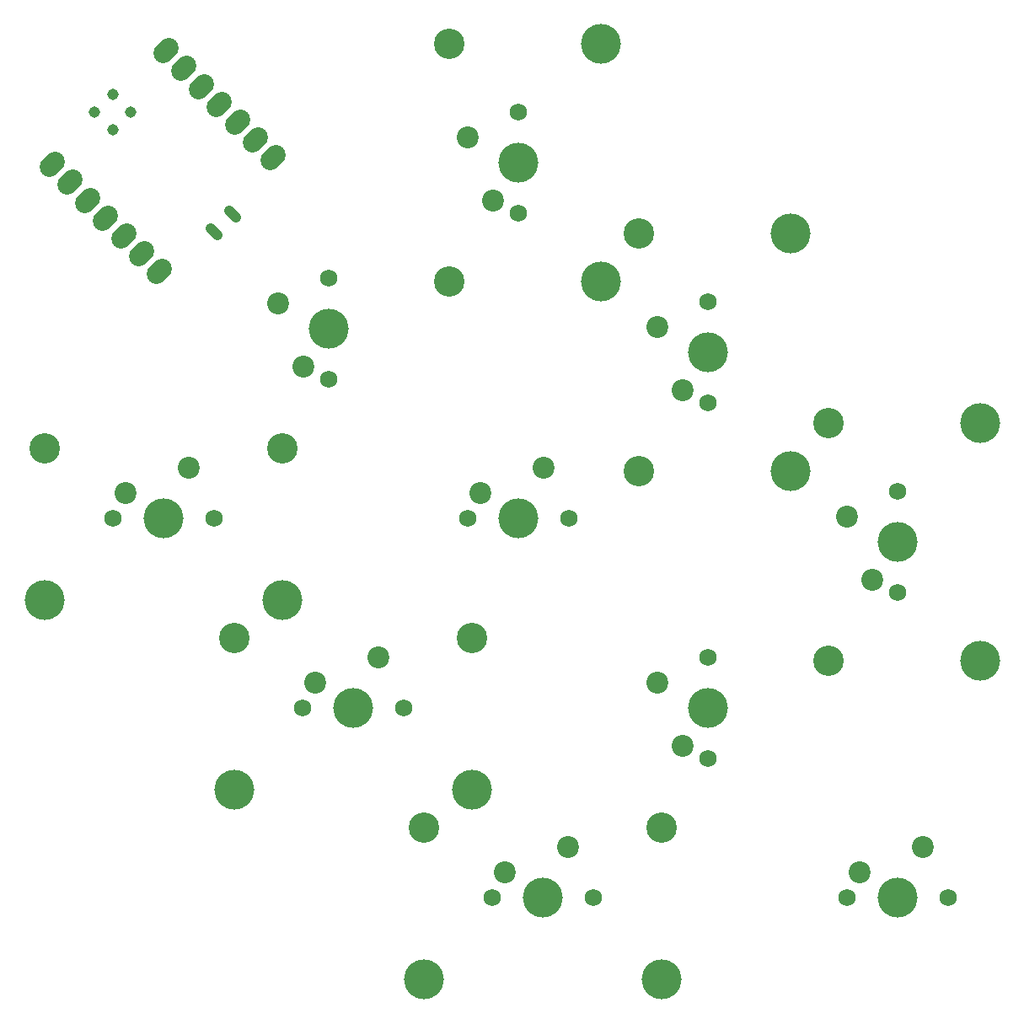
<source format=gbr>
%TF.GenerationSoftware,KiCad,Pcbnew,(6.0.1)*%
%TF.CreationDate,2022-02-09T22:22:52-05:00*%
%TF.ProjectId,herringbone_macro_pad,68657272-696e-4676-926f-6e655f6d6163,rev?*%
%TF.SameCoordinates,Original*%
%TF.FileFunction,Soldermask,Bot*%
%TF.FilePolarity,Negative*%
%FSLAX46Y46*%
G04 Gerber Fmt 4.6, Leading zero omitted, Abs format (unit mm)*
G04 Created by KiCad (PCBNEW (6.0.1)) date 2022-02-09 22:22:52*
%MOMM*%
%LPD*%
G01*
G04 APERTURE LIST*
G04 Aperture macros list*
%AMHorizOval*
0 Thick line with rounded ends*
0 $1 width*
0 $2 $3 position (X,Y) of the first rounded end (center of the circle)*
0 $4 $5 position (X,Y) of the second rounded end (center of the circle)*
0 Add line between two ends*
20,1,$1,$2,$3,$4,$5,0*
0 Add two circle primitives to create the rounded ends*
1,1,$1,$2,$3*
1,1,$1,$4,$5*%
G04 Aperture macros list end*
%ADD10HorizOval,1.998980X-0.264918X-0.264918X0.264918X0.264918X0*%
%ADD11HorizOval,1.016000X-0.359210X0.359210X0.359210X-0.359210X0*%
%ADD12C,1.143000*%
%ADD13C,1.750000*%
%ADD14C,4.000000*%
%ADD15C,3.050000*%
%ADD16C,2.200000*%
G04 APERTURE END LIST*
D10*
%TO.C,U1*%
X126472855Y-45878877D03*
X128268906Y-47674929D03*
X130064957Y-49470980D03*
X131861008Y-51267031D03*
X133657060Y-53063082D03*
X135453111Y-54859134D03*
X137249162Y-56655185D03*
X125819092Y-68085255D03*
X124023041Y-66289204D03*
X122226990Y-64493152D03*
X120430938Y-62697101D03*
X118634887Y-60901050D03*
X116838836Y-59104999D03*
X115042785Y-57308947D03*
D11*
X133155679Y-62272936D03*
X131352556Y-64076058D03*
D12*
X121132749Y-50248314D03*
X119336698Y-52044365D03*
X122928800Y-52044365D03*
X121132749Y-53840416D03*
%TD*%
D13*
%TO.C,SW9*%
X200025000Y-90170056D03*
D14*
X208265000Y-83312056D03*
D15*
X193025000Y-107188056D03*
D14*
X208265000Y-107188056D03*
D13*
X200025000Y-100330056D03*
D15*
X193025000Y-83312056D03*
D14*
X200025000Y-95250056D03*
D16*
X197485000Y-99060056D03*
X194945000Y-92710056D03*
%TD*%
D13*
%TO.C,SW8*%
X180975000Y-106838806D03*
D14*
X180975000Y-111918806D03*
D13*
X180975000Y-116998806D03*
D16*
X178435000Y-115728806D03*
X175895000Y-109378806D03*
%TD*%
D13*
%TO.C,SW3*%
X161925058Y-62230056D03*
D14*
X161925058Y-57150056D03*
X170165058Y-45212056D03*
D15*
X154925058Y-69088056D03*
D14*
X170165058Y-69088056D03*
D13*
X161925058Y-52070056D03*
D15*
X154925058Y-45212056D03*
D16*
X159385058Y-60960056D03*
X156845058Y-54610056D03*
%TD*%
D13*
%TO.C,SW10*%
X194945000Y-130968806D03*
D14*
X200025000Y-130968806D03*
D13*
X205105000Y-130968806D03*
D16*
X196215000Y-128428806D03*
X202565000Y-125888806D03*
%TD*%
D15*
%TO.C,SW6*%
X173975000Y-88138000D03*
D13*
X180975000Y-81280000D03*
D14*
X180975000Y-76200000D03*
D15*
X173975000Y-64262000D03*
D13*
X180975000Y-71120000D03*
D14*
X189215000Y-64262000D03*
X189215000Y-88138000D03*
D16*
X178435000Y-80010000D03*
X175895000Y-73660000D03*
%TD*%
D15*
%TO.C,SW1*%
X138144306Y-85868922D03*
X114268306Y-85868922D03*
D13*
X131286306Y-92868922D03*
D14*
X138144306Y-101108922D03*
X126206306Y-92868922D03*
X114268306Y-101108922D03*
D13*
X121126306Y-92868922D03*
D16*
X122396306Y-90328922D03*
X128746306Y-87788922D03*
%TD*%
D13*
%TO.C,SW7*%
X159226250Y-130968864D03*
D15*
X176244250Y-123968864D03*
X152368250Y-123968864D03*
D14*
X152368250Y-139208864D03*
D13*
X169386250Y-130968864D03*
D14*
X176244250Y-139208864D03*
X164306250Y-130968864D03*
D16*
X160496250Y-128428864D03*
X166846250Y-125888864D03*
%TD*%
D13*
%TO.C,SW2*%
X142875000Y-68738806D03*
X142875000Y-78898806D03*
D14*
X142875000Y-73818806D03*
D16*
X140335000Y-77628806D03*
X137795000Y-71278806D03*
%TD*%
D13*
%TO.C,SW5*%
X167005000Y-92868806D03*
D14*
X161925000Y-92868806D03*
D13*
X156845000Y-92868806D03*
D16*
X158115000Y-90328806D03*
X164465000Y-87788806D03*
%TD*%
D14*
%TO.C,SW4*%
X133318250Y-120158864D03*
D13*
X150336250Y-111918864D03*
D14*
X157194250Y-120158864D03*
D13*
X140176250Y-111918864D03*
D15*
X133318250Y-104918864D03*
X157194250Y-104918864D03*
D14*
X145256250Y-111918864D03*
D16*
X141446250Y-109378864D03*
X147796250Y-106838864D03*
%TD*%
M02*

</source>
